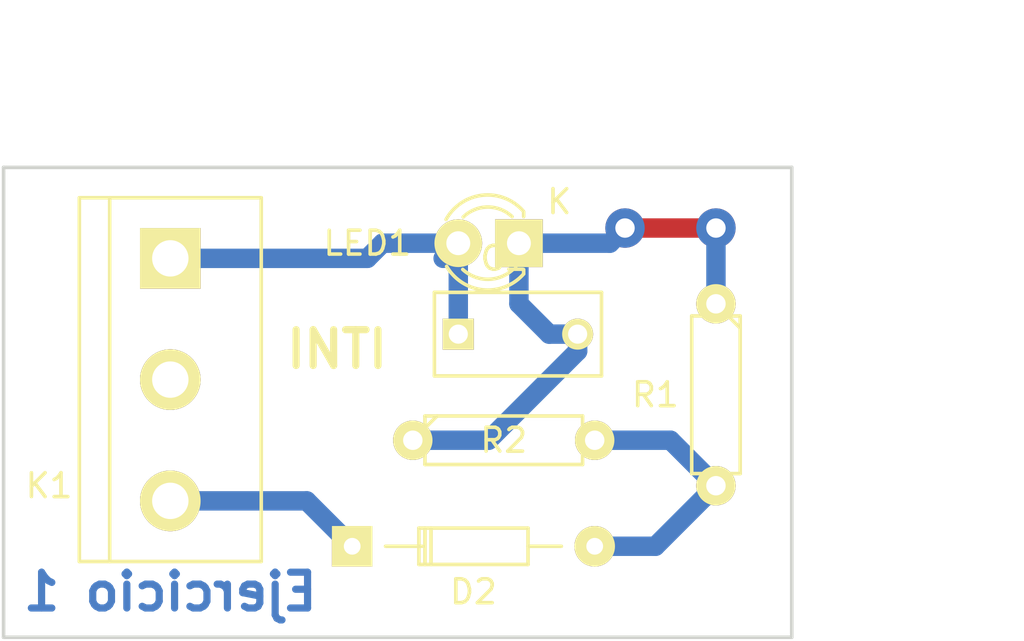
<source format=kicad_pcb>
(kicad_pcb (version 4) (host pcbnew 4.0.0-rc2-stable)

  (general
    (links 8)
    (no_connects 0)
    (area 138.354999 99.619999 171.525001 119.455001)
    (thickness 1.6)
    (drawings 8)
    (tracks 25)
    (zones 0)
    (modules 6)
    (nets 6)
  )

  (page A4)
  (layers
    (0 F.Cu signal)
    (31 B.Cu signal)
    (32 B.Adhes user)
    (33 F.Adhes user)
    (34 B.Paste user)
    (35 F.Paste user)
    (36 B.SilkS user)
    (37 F.SilkS user)
    (38 B.Mask user)
    (39 F.Mask user)
    (40 Dwgs.User user)
    (41 Cmts.User user)
    (42 Eco1.User user)
    (43 Eco2.User user)
    (44 Edge.Cuts user)
    (45 Margin user)
    (46 B.CrtYd user)
    (47 F.CrtYd user)
    (48 B.Fab user)
    (49 F.Fab user)
  )

  (setup
    (last_trace_width 0.8128)
    (user_trace_width 0.635)
    (trace_clearance 0.8128)
    (zone_clearance 0.508)
    (zone_45_only no)
    (trace_min 0.2)
    (segment_width 0.2)
    (edge_width 0.15)
    (via_size 0.6)
    (via_drill 0.4)
    (via_min_size 0.4)
    (via_min_drill 0.3)
    (user_via 1.651 0.8128)
    (uvia_size 0.3)
    (uvia_drill 0.1)
    (uvias_allowed no)
    (uvia_min_size 0.2)
    (uvia_min_drill 0.1)
    (pcb_text_width 0.3)
    (pcb_text_size 1.5 1.5)
    (mod_edge_width 0.15)
    (mod_text_size 1 1)
    (mod_text_width 0.15)
    (pad_size 1.524 1.524)
    (pad_drill 0.762)
    (pad_to_mask_clearance 0.2)
    (aux_axis_origin 0 0)
    (visible_elements 7FFFFFFF)
    (pcbplotparams
      (layerselection 0x00030_80000001)
      (usegerberextensions false)
      (excludeedgelayer true)
      (linewidth 0.100000)
      (plotframeref false)
      (viasonmask false)
      (mode 1)
      (useauxorigin false)
      (hpglpennumber 1)
      (hpglpenspeed 20)
      (hpglpendiameter 15)
      (hpglpenoverlay 2)
      (psnegative false)
      (psa4output false)
      (plotreference true)
      (plotvalue true)
      (plotinvisibletext false)
      (padsonsilk false)
      (subtractmaskfromsilk false)
      (outputformat 1)
      (mirror false)
      (drillshape 0)
      (scaleselection 1)
      (outputdirectory GERGER/))
  )

  (net 0 "")
  (net 1 "Net-(C1-Pad1)")
  (net 2 "Net-(C1-Pad2)")
  (net 3 "Net-(D2-Pad2)")
  (net 4 "Net-(D2-Pad1)")
  (net 5 "Net-(K1-Pad2)")

  (net_class Default "Este es el tipo de red por defecto."
    (clearance 0.8128)
    (trace_width 0.8128)
    (via_dia 0.6)
    (via_drill 0.4)
    (uvia_dia 0.3)
    (uvia_drill 0.1)
    (add_net "Net-(C1-Pad1)")
    (add_net "Net-(C1-Pad2)")
    (add_net "Net-(D2-Pad1)")
    (add_net "Net-(D2-Pad2)")
    (add_net "Net-(K1-Pad2)")
  )

  (module ej1:C_Rect_L7_W3.5_P5 (layer F.Cu) (tedit 565CA587) (tstamp 565C6F22)
    (at 157.48 106.68)
    (descr "Film Capacitor Length 7mm x Width 3.5mm, Pitch 5mm")
    (tags Capacitor)
    (path /565C5DF6)
    (fp_text reference C1 (at 1.905 -3.175) (layer F.SilkS)
      (effects (font (size 1 1) (thickness 0.15)))
    )
    (fp_text value 100nF (at -3.175 0) (layer F.Fab)
      (effects (font (size 1 1) (thickness 0.15)))
    )
    (fp_line (start -1.25 -2) (end 6.25 -2) (layer F.CrtYd) (width 0.05))
    (fp_line (start 6.25 -2) (end 6.25 2) (layer F.CrtYd) (width 0.05))
    (fp_line (start 6.25 2) (end -1.25 2) (layer F.CrtYd) (width 0.05))
    (fp_line (start -1.25 2) (end -1.25 -2) (layer F.CrtYd) (width 0.05))
    (fp_line (start -1 -1.75) (end 6 -1.75) (layer F.SilkS) (width 0.15))
    (fp_line (start 6 -1.75) (end 6 1.75) (layer F.SilkS) (width 0.15))
    (fp_line (start 6 1.75) (end -1 1.75) (layer F.SilkS) (width 0.15))
    (fp_line (start -1 1.75) (end -1 -1.75) (layer F.SilkS) (width 0.15))
    (pad 1 thru_hole rect (at 0 0) (size 1.3 1.3) (drill 0.8) (layers *.Cu *.Mask F.SilkS)
      (net 1 "Net-(C1-Pad1)"))
    (pad 2 thru_hole circle (at 5 0) (size 1.3 1.3) (drill 0.8) (layers *.Cu *.Mask F.SilkS)
      (net 2 "Net-(C1-Pad2)"))
    (model E:/Universidad/GSTR/Cursos/KiCad/Escobar_Martin/ej1.3dshapes/cnp_6mm_disc.wrl
      (at (xyz 0.1 0 0))
      (scale (xyz 1 1 1))
      (rotate (xyz 0 0 0))
    )
  )

  (module ej1:Diode_DO-35_SOD27_Horizontal_RM10 (layer F.Cu) (tedit 565CA58A) (tstamp 565C6F28)
    (at 153.035 115.57)
    (descr "Diode, DO-35,  SOD27, Horizontal, RM 10mm")
    (tags "Diode, DO-35, SOD27, Horizontal, RM 10mm, 1N4148,")
    (path /565C5E35)
    (fp_text reference D2 (at 5.08 1.905) (layer F.SilkS)
      (effects (font (size 1 1) (thickness 0.15)))
    )
    (fp_text value 1N4148 (at 5.08 -1.27) (layer F.Fab)
      (effects (font (size 1 1) (thickness 0.15)))
    )
    (fp_line (start 7.36652 -0.00254) (end 8.76352 -0.00254) (layer F.SilkS) (width 0.15))
    (fp_line (start 2.92152 -0.00254) (end 1.39752 -0.00254) (layer F.SilkS) (width 0.15))
    (fp_line (start 3.30252 -0.76454) (end 3.30252 0.75946) (layer F.SilkS) (width 0.15))
    (fp_line (start 3.04852 -0.76454) (end 3.04852 0.75946) (layer F.SilkS) (width 0.15))
    (fp_line (start 2.79452 -0.00254) (end 2.79452 0.75946) (layer F.SilkS) (width 0.15))
    (fp_line (start 2.79452 0.75946) (end 7.36652 0.75946) (layer F.SilkS) (width 0.15))
    (fp_line (start 7.36652 0.75946) (end 7.36652 -0.76454) (layer F.SilkS) (width 0.15))
    (fp_line (start 7.36652 -0.76454) (end 2.79452 -0.76454) (layer F.SilkS) (width 0.15))
    (fp_line (start 2.79452 -0.76454) (end 2.79452 -0.00254) (layer F.SilkS) (width 0.15))
    (pad 2 thru_hole circle (at 10.16052 -0.00254 180) (size 1.69926 1.69926) (drill 0.70104) (layers *.Cu *.Mask F.SilkS)
      (net 3 "Net-(D2-Pad2)"))
    (pad 1 thru_hole rect (at 0.00052 -0.00254 180) (size 1.69926 1.69926) (drill 0.70104) (layers *.Cu *.Mask F.SilkS)
      (net 4 "Net-(D2-Pad1)"))
    (model E:/Universidad/GSTR/Cursos/KiCad/Escobar_Martin/ej1.3dshapes/Diode_DO-35_SOD27_Horizontal_RM10.wrl
      (at (xyz 0.2 0 0))
      (scale (xyz 0.4 0.4 0.4))
      (rotate (xyz 0 0 180))
    )
  )

  (module ej1:bornier3 (layer F.Cu) (tedit 565CA578) (tstamp 565C6F2F)
    (at 145.415 108.585 270)
    (descr "Bornier d'alimentation 3 pins")
    (tags DEV)
    (path /565C5B4C)
    (fp_text reference K1 (at 4.445 5.08 360) (layer F.SilkS)
      (effects (font (size 1 1) (thickness 0.15)))
    )
    (fp_text value CONN_3 (at 0 5.08 270) (layer F.Fab)
      (effects (font (size 1 1) (thickness 0.15)))
    )
    (fp_line (start -7.62 3.81) (end -7.62 -3.81) (layer F.SilkS) (width 0.15))
    (fp_line (start 7.62 3.81) (end 7.62 -3.81) (layer F.SilkS) (width 0.15))
    (fp_line (start -7.62 2.54) (end 7.62 2.54) (layer F.SilkS) (width 0.15))
    (fp_line (start -7.62 -3.81) (end 7.62 -3.81) (layer F.SilkS) (width 0.15))
    (fp_line (start -7.62 3.81) (end 7.62 3.81) (layer F.SilkS) (width 0.15))
    (pad 1 thru_hole rect (at -5.08 0 270) (size 2.54 2.54) (drill 1.524) (layers *.Cu *.Mask F.SilkS)
      (net 1 "Net-(C1-Pad1)"))
    (pad 2 thru_hole circle (at 0 0 270) (size 2.54 2.54) (drill 1.524) (layers *.Cu *.Mask F.SilkS)
      (net 5 "Net-(K1-Pad2)"))
    (pad 3 thru_hole circle (at 5.08 0 270) (size 2.54 2.54) (drill 1.524) (layers *.Cu *.Mask F.SilkS)
      (net 4 "Net-(D2-Pad1)"))
    (model E:/Universidad/GSTR/Cursos/KiCad/Escobar_Martin/ej1.3dshapes/bornier3.wrl
      (at (xyz 0 0 0))
      (scale (xyz 1 1 1))
      (rotate (xyz 0 0 0))
    )
  )

  (module ej1:LED-3MM (layer F.Cu) (tedit 565CA582) (tstamp 565C6F35)
    (at 160.02 102.87 180)
    (descr "LED 3mm round vertical")
    (tags "LED  3mm round vertical")
    (path /565C7310)
    (fp_text reference LED1 (at 6.35 0 180) (layer F.SilkS)
      (effects (font (size 1 1) (thickness 0.15)))
    )
    (fp_text value LED_ROJO (at 6.35 1.905 180) (layer F.Fab)
      (effects (font (size 1 1) (thickness 0.15)))
    )
    (fp_line (start -1.2 2.3) (end 3.8 2.3) (layer F.CrtYd) (width 0.05))
    (fp_line (start 3.8 2.3) (end 3.8 -2.2) (layer F.CrtYd) (width 0.05))
    (fp_line (start 3.8 -2.2) (end -1.2 -2.2) (layer F.CrtYd) (width 0.05))
    (fp_line (start -1.2 -2.2) (end -1.2 2.3) (layer F.CrtYd) (width 0.05))
    (fp_line (start -0.199 1.314) (end -0.199 1.114) (layer F.SilkS) (width 0.15))
    (fp_line (start -0.199 -1.28) (end -0.199 -1.1) (layer F.SilkS) (width 0.15))
    (fp_arc (start 1.301 0.034) (end -0.199 -1.286) (angle 108.5) (layer F.SilkS) (width 0.15))
    (fp_arc (start 1.301 0.034) (end 0.25 -1.1) (angle 85.7) (layer F.SilkS) (width 0.15))
    (fp_arc (start 1.311 0.034) (end 3.051 0.994) (angle 110) (layer F.SilkS) (width 0.15))
    (fp_arc (start 1.301 0.034) (end 2.335 1.094) (angle 87.5) (layer F.SilkS) (width 0.15))
    (fp_text user K (at -1.69 1.74 180) (layer F.SilkS)
      (effects (font (size 1 1) (thickness 0.15)))
    )
    (pad 1 thru_hole rect (at 0 0 270) (size 2 2) (drill 1.00076) (layers *.Cu *.Mask F.SilkS)
      (net 2 "Net-(C1-Pad2)"))
    (pad 2 thru_hole circle (at 2.54 0 180) (size 2 2) (drill 1.00076) (layers *.Cu *.Mask F.SilkS)
      (net 1 "Net-(C1-Pad1)"))
    (model E:/Universidad/GSTR/Cursos/KiCad/Escobar_Martin/ej1.3dshapes/LED-3MM.wrl
      (at (xyz 0.05 0 0))
      (scale (xyz 1 1 1))
      (rotate (xyz 0 0 90))
    )
  )

  (module ej1:R3-LARGE_PADS (layer F.Cu) (tedit 565CA590) (tstamp 565C6F3B)
    (at 168.275 109.22 270)
    (descr "Resitance 3 pas")
    (tags R)
    (path /565C5E64)
    (fp_text reference R1 (at 0 2.54 360) (layer F.SilkS)
      (effects (font (size 1 1) (thickness 0.15)))
    )
    (fp_text value 100K (at 0 -1.905 270) (layer F.Fab)
      (effects (font (size 1 1) (thickness 0.15)))
    )
    (fp_line (start -3.81 0) (end -3.302 0) (layer F.SilkS) (width 0.15))
    (fp_line (start 3.81 0) (end 3.302 0) (layer F.SilkS) (width 0.15))
    (fp_line (start 3.302 0) (end 3.302 -1.016) (layer F.SilkS) (width 0.15))
    (fp_line (start 3.302 -1.016) (end -3.302 -1.016) (layer F.SilkS) (width 0.15))
    (fp_line (start -3.302 -1.016) (end -3.302 1.016) (layer F.SilkS) (width 0.15))
    (fp_line (start -3.302 1.016) (end 3.302 1.016) (layer F.SilkS) (width 0.15))
    (fp_line (start 3.302 1.016) (end 3.302 0) (layer F.SilkS) (width 0.15))
    (fp_line (start -3.302 -0.508) (end -2.794 -1.016) (layer F.SilkS) (width 0.15))
    (pad 1 thru_hole circle (at -3.81 0 270) (size 1.651 1.651) (drill 0.8128) (layers *.Cu *.Mask F.SilkS)
      (net 2 "Net-(C1-Pad2)"))
    (pad 2 thru_hole circle (at 3.81 0 270) (size 1.651 1.651) (drill 0.8128) (layers *.Cu *.Mask F.SilkS)
      (net 3 "Net-(D2-Pad2)"))
    (model E:/Universidad/GSTR/Cursos/KiCad/Escobar_Martin/ej1.3dshapes/R3-LARGE_PADS.wrl
      (at (xyz 0 0 0))
      (scale (xyz 0.3 0.3 0.3))
      (rotate (xyz 0 0 0))
    )
  )

  (module ej1:R3-LARGE_PADS (layer F.Cu) (tedit 565CB00F) (tstamp 565CB047)
    (at 159.385 111.125)
    (descr "Resitance 3 pas")
    (tags R)
    (path /565CA8B9)
    (fp_text reference R2 (at 0 0) (layer F.SilkS)
      (effects (font (size 1 1) (thickness 0.15)))
    )
    (fp_text value 100K (at 0 0 90) (layer F.Fab)
      (effects (font (size 1 1) (thickness 0.15)))
    )
    (fp_line (start -3.81 0) (end -3.302 0) (layer F.SilkS) (width 0.15))
    (fp_line (start 3.81 0) (end 3.302 0) (layer F.SilkS) (width 0.15))
    (fp_line (start 3.302 0) (end 3.302 -1.016) (layer F.SilkS) (width 0.15))
    (fp_line (start 3.302 -1.016) (end -3.302 -1.016) (layer F.SilkS) (width 0.15))
    (fp_line (start -3.302 -1.016) (end -3.302 1.016) (layer F.SilkS) (width 0.15))
    (fp_line (start -3.302 1.016) (end 3.302 1.016) (layer F.SilkS) (width 0.15))
    (fp_line (start 3.302 1.016) (end 3.302 0) (layer F.SilkS) (width 0.15))
    (fp_line (start -3.302 -0.508) (end -2.794 -1.016) (layer F.SilkS) (width 0.15))
    (pad 1 thru_hole circle (at -3.81 0) (size 1.651 1.651) (drill 0.8128) (layers *.Cu *.Mask F.SilkS)
      (net 2 "Net-(C1-Pad2)"))
    (pad 2 thru_hole circle (at 3.81 0) (size 1.651 1.651) (drill 0.8128) (layers *.Cu *.Mask F.SilkS)
      (net 3 "Net-(D2-Pad2)"))
    (model E:/Universidad/GSTR/Cursos/KiCad/Escobar_Martin/ej1.3dshapes/R3-LARGE_PADS.wrl
      (at (xyz 0 0 0))
      (scale (xyz 0.3 0.3 0.3))
      (rotate (xyz 0 0 0))
    )
  )

  (gr_text "Ejercicio 1" (at 145.415 117.475) (layer B.Cu)
    (effects (font (size 1.5 1.5) (thickness 0.3)) (justify mirror))
  )
  (gr_text INTI (at 152.4 107.315) (layer F.SilkS)
    (effects (font (size 1.5 1.5) (thickness 0.3)))
  )
  (dimension 33.02 (width 0.3) (layer Dwgs.User)
    (gr_text 33,020mm (at 154.94 94.535) (layer Dwgs.User)
      (effects (font (size 1.5 1.5) (thickness 0.3)))
    )
    (feature1 (pts (xy 171.45 99.695) (xy 171.45 93.185)))
    (feature2 (pts (xy 138.43 99.695) (xy 138.43 93.185)))
    (crossbar (pts (xy 138.43 95.885) (xy 171.45 95.885)))
    (arrow1a (pts (xy 171.45 95.885) (xy 170.323496 96.471421)))
    (arrow1b (pts (xy 171.45 95.885) (xy 170.323496 95.298579)))
    (arrow2a (pts (xy 138.43 95.885) (xy 139.556504 96.471421)))
    (arrow2b (pts (xy 138.43 95.885) (xy 139.556504 95.298579)))
  )
  (dimension 19.685 (width 0.3) (layer Dwgs.User)
    (gr_text 19,685mm (at 178.515 109.5375 90) (layer Dwgs.User)
      (effects (font (size 1.5 1.5) (thickness 0.3)))
    )
    (feature1 (pts (xy 171.45 99.695) (xy 179.865 99.695)))
    (feature2 (pts (xy 171.45 119.38) (xy 179.865 119.38)))
    (crossbar (pts (xy 177.165 119.38) (xy 177.165 99.695)))
    (arrow1a (pts (xy 177.165 99.695) (xy 177.751421 100.821504)))
    (arrow1b (pts (xy 177.165 99.695) (xy 176.578579 100.821504)))
    (arrow2a (pts (xy 177.165 119.38) (xy 177.751421 118.253496)))
    (arrow2b (pts (xy 177.165 119.38) (xy 176.578579 118.253496)))
  )
  (gr_line (start 138.43 119.38) (end 138.43 99.695) (angle 90) (layer Edge.Cuts) (width 0.15))
  (gr_line (start 171.45 119.38) (end 138.43 119.38) (angle 90) (layer Edge.Cuts) (width 0.15))
  (gr_line (start 171.45 99.695) (end 171.45 119.38) (angle 90) (layer Edge.Cuts) (width 0.15))
  (gr_line (start 138.43 99.695) (end 171.45 99.695) (angle 90) (layer Edge.Cuts) (width 0.15))

  (segment (start 157.48 102.87) (end 157.48 106.68) (width 0.8128) (layer B.Cu) (net 1))
  (segment (start 156.845 103.505) (end 157.48 102.87) (width 0.8128) (layer B.Cu) (net 1) (tstamp 565C6FD9))
  (segment (start 145.415 103.505) (end 153.67 103.505) (width 0.8128) (layer B.Cu) (net 1))
  (segment (start 154.305 102.87) (end 157.48 102.87) (width 0.8128) (layer B.Cu) (net 1) (tstamp 565C6FD2))
  (segment (start 153.67 103.505) (end 154.305 102.87) (width 0.8128) (layer B.Cu) (net 1) (tstamp 565C6FCD))
  (segment (start 160.02 102.87) (end 160.02 105.41) (width 0.8128) (layer B.Cu) (net 2))
  (segment (start 161.29 106.68) (end 162.48 106.68) (width 0.8128) (layer B.Cu) (net 2) (tstamp 565CB06F))
  (segment (start 160.02 105.41) (end 161.29 106.68) (width 0.8128) (layer B.Cu) (net 2) (tstamp 565CB06E))
  (segment (start 155.575 111.125) (end 158.75 111.125) (width 0.8128) (layer B.Cu) (net 2))
  (segment (start 158.75 111.125) (end 162.48 107.395) (width 0.8128) (layer B.Cu) (net 2) (tstamp 565CB068))
  (segment (start 162.48 107.395) (end 162.48 106.68) (width 0.8128) (layer B.Cu) (net 2) (tstamp 565CB069))
  (segment (start 168.275 105.41) (end 168.275 102.235) (width 0.8128) (layer B.Cu) (net 2))
  (segment (start 163.83 102.87) (end 160.02 102.87) (width 0.8128) (layer B.Cu) (net 2) (tstamp 565C7077))
  (segment (start 164.465 102.235) (end 163.83 102.87) (width 0.8128) (layer B.Cu) (net 2) (tstamp 565C7076))
  (via (at 164.465 102.235) (size 1.651) (drill 0.8128) (layers F.Cu B.Cu) (net 2))
  (segment (start 168.275 102.235) (end 164.465 102.235) (width 0.8128) (layer F.Cu) (net 2) (tstamp 565C7072))
  (via (at 168.275 102.235) (size 1.651) (drill 0.8128) (layers F.Cu B.Cu) (net 2))
  (segment (start 160.495 102.87) (end 160.02 102.87) (width 0.8128) (layer B.Cu) (net 2) (tstamp 565C6FE0))
  (segment (start 168.275 113.03) (end 166.37 111.125) (width 0.8128) (layer B.Cu) (net 3))
  (segment (start 166.37 111.125) (end 163.195 111.125) (width 0.8128) (layer B.Cu) (net 3) (tstamp 565CB065))
  (segment (start 163.19552 115.56746) (end 165.73754 115.56746) (width 0.8128) (layer B.Cu) (net 3))
  (segment (start 165.73754 115.56746) (end 168.275 113.03) (width 0.8128) (layer B.Cu) (net 3) (tstamp 565C6FE7))
  (segment (start 145.415 113.665) (end 151.13 113.665) (width 0.8128) (layer B.Cu) (net 4))
  (segment (start 151.13 113.665) (end 153.03246 115.56746) (width 0.8128) (layer B.Cu) (net 4) (tstamp 565C6FE3))
  (segment (start 153.03246 115.56746) (end 153.03552 115.56746) (width 0.8128) (layer B.Cu) (net 4) (tstamp 565C6FE4))

)

</source>
